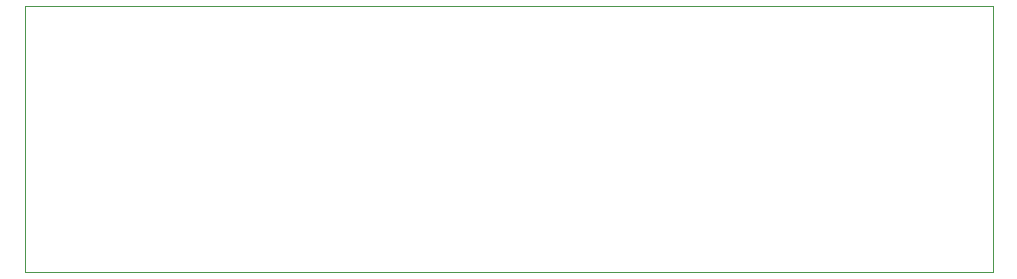
<source format=gbr>
%TF.GenerationSoftware,KiCad,Pcbnew,9.0.1*%
%TF.CreationDate,2025-08-10T20:13:13+01:00*%
%TF.ProjectId,fm-radio,666d2d72-6164-4696-9f2e-6b696361645f,rev?*%
%TF.SameCoordinates,Original*%
%TF.FileFunction,Profile,NP*%
%FSLAX46Y46*%
G04 Gerber Fmt 4.6, Leading zero omitted, Abs format (unit mm)*
G04 Created by KiCad (PCBNEW 9.0.1) date 2025-08-10 20:13:13*
%MOMM*%
%LPD*%
G01*
G04 APERTURE LIST*
%TA.AperFunction,Profile*%
%ADD10C,0.050000*%
%TD*%
G04 APERTURE END LIST*
D10*
X60000000Y-55500000D02*
X60000000Y-78000000D01*
X142000000Y-55500000D02*
X142000000Y-78000000D01*
X60000000Y-55500000D02*
X142000000Y-55500000D01*
X60000000Y-78000000D02*
X142000000Y-78000000D01*
M02*

</source>
